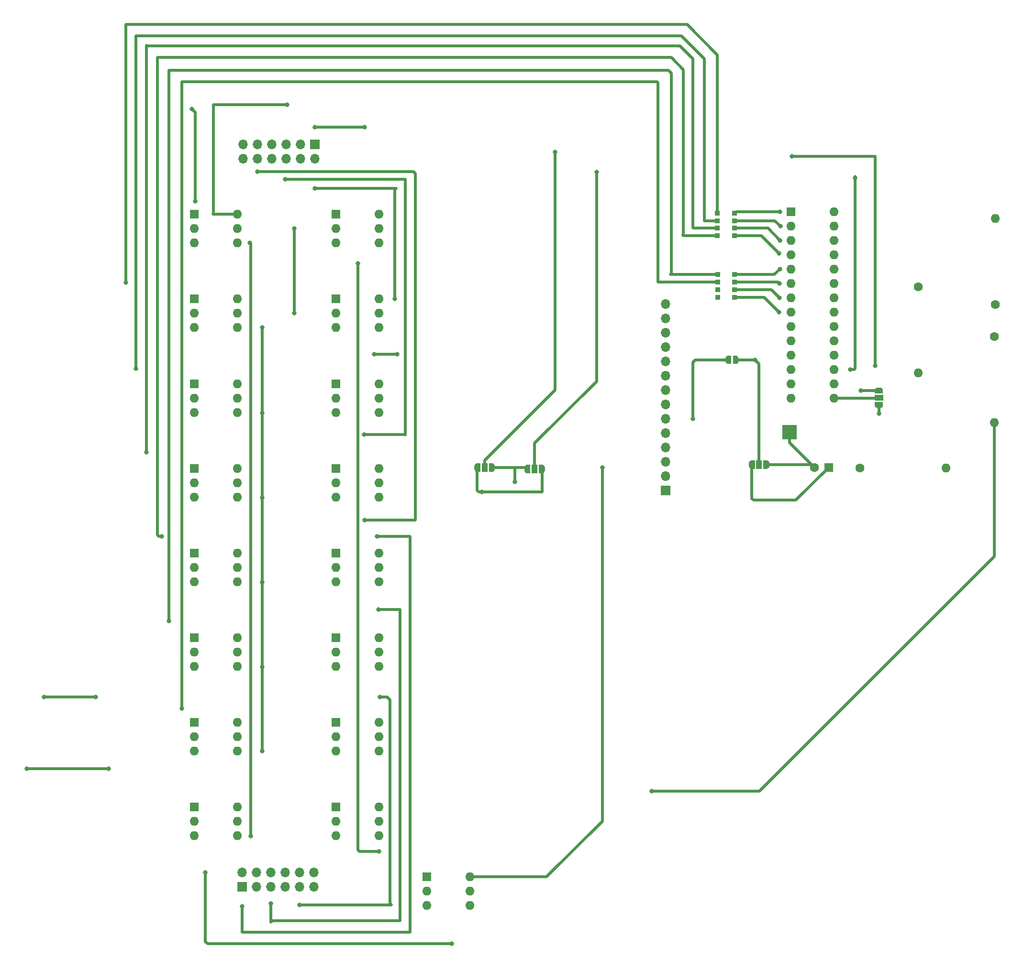
<source format=gbr>
%TF.GenerationSoftware,KiCad,Pcbnew,(5.1.9-0-10_14)*%
%TF.CreationDate,2021-02-22T09:57:15+00:00*%
%TF.ProjectId,Solar_Multiplexer,536f6c61-725f-44d7-956c-7469706c6578,rev?*%
%TF.SameCoordinates,Original*%
%TF.FileFunction,Copper,L1,Top*%
%TF.FilePolarity,Positive*%
%FSLAX46Y46*%
G04 Gerber Fmt 4.6, Leading zero omitted, Abs format (unit mm)*
G04 Created by KiCad (PCBNEW (5.1.9-0-10_14)) date 2021-02-22 09:57:15*
%MOMM*%
%LPD*%
G01*
G04 APERTURE LIST*
%TA.AperFunction,ComponentPad*%
%ADD10O,1.600000X1.600000*%
%TD*%
%TA.AperFunction,ComponentPad*%
%ADD11R,1.600000X1.600000*%
%TD*%
%TA.AperFunction,SMDPad,CuDef*%
%ADD12R,2.500000X2.500000*%
%TD*%
%TA.AperFunction,SMDPad,CuDef*%
%ADD13R,0.900000X0.900000*%
%TD*%
%TA.AperFunction,ComponentPad*%
%ADD14C,1.600000*%
%TD*%
%TA.AperFunction,SMDPad,CuDef*%
%ADD15R,1.000000X1.500000*%
%TD*%
%TA.AperFunction,SMDPad,CuDef*%
%ADD16C,0.200000*%
%TD*%
%TA.AperFunction,SMDPad,CuDef*%
%ADD17R,1.500000X1.000000*%
%TD*%
%TA.AperFunction,ComponentPad*%
%ADD18O,1.700000X1.700000*%
%TD*%
%TA.AperFunction,ComponentPad*%
%ADD19R,1.700000X1.700000*%
%TD*%
%TA.AperFunction,ViaPad*%
%ADD20C,0.800000*%
%TD*%
%TA.AperFunction,Conductor*%
%ADD21C,0.500000*%
%TD*%
G04 APERTURE END LIST*
D10*
%TO.P,U10,6*%
%TO.N,/VB*%
X-292380000Y-225000000D03*
%TO.P,U10,3*%
%TO.N,Net-(U10-Pad3)*%
X-300000000Y-230080000D03*
%TO.P,U10,5*%
%TO.N,Net-(U10-Pad5)*%
X-292380000Y-227540000D03*
%TO.P,U10,2*%
%TO.N,GND*%
X-300000000Y-227540000D03*
%TO.P,U10,4*%
%TO.N,V-*%
X-292380000Y-230080000D03*
D11*
%TO.P,U10,1*%
%TO.N,/BOT*%
X-300000000Y-225000000D03*
%TD*%
D10*
%TO.P,U22,28*%
%TO.N,Net-(U22-Pad28)*%
X-186870000Y-119550000D03*
%TO.P,U22,14*%
%TO.N,MISO*%
X-194490000Y-152570000D03*
%TO.P,U22,27*%
%TO.N,Net-(U22-Pad27)*%
X-186870000Y-122090000D03*
%TO.P,U22,13*%
%TO.N,MOSI*%
X-194490000Y-150030000D03*
%TO.P,U22,26*%
%TO.N,Net-(U22-Pad26)*%
X-186870000Y-124630000D03*
%TO.P,U22,12*%
%TO.N,SCK*%
X-194490000Y-147490000D03*
%TO.P,U22,25*%
%TO.N,Net-(U22-Pad25)*%
X-186870000Y-127170000D03*
%TO.P,U22,11*%
%TO.N,~CS*%
X-194490000Y-144950000D03*
%TO.P,U22,24*%
%TO.N,Net-(U22-Pad24)*%
X-186870000Y-129710000D03*
%TO.P,U22,10*%
%TO.N,GND*%
X-194490000Y-142410000D03*
%TO.P,U22,23*%
%TO.N,Net-(R4-Pad1)*%
X-186870000Y-132250000D03*
%TO.P,U22,9*%
%TO.N,+5V*%
X-194490000Y-139870000D03*
%TO.P,U22,22*%
%TO.N,Net-(R2-Pad1)*%
X-186870000Y-134790000D03*
%TO.P,U22,8*%
%TO.N,Net-(RN1-Pad5)*%
X-194490000Y-137330000D03*
%TO.P,U22,21*%
%TO.N,Net-(R1-Pad1)*%
X-186870000Y-137330000D03*
%TO.P,U22,7*%
%TO.N,Net-(RN1-Pad6)*%
X-194490000Y-134790000D03*
%TO.P,U22,20*%
%TO.N,Net-(U22-Pad20)*%
X-186870000Y-139870000D03*
%TO.P,U22,6*%
%TO.N,Net-(RN1-Pad7)*%
X-194490000Y-132250000D03*
%TO.P,U22,19*%
%TO.N,Net-(U22-Pad19)*%
X-186870000Y-142410000D03*
%TO.P,U22,5*%
%TO.N,Net-(RN1-Pad8)*%
X-194490000Y-129710000D03*
%TO.P,U22,18*%
%TO.N,Net-(R3-Pad2)*%
X-186870000Y-144950000D03*
%TO.P,U22,4*%
%TO.N,Net-(RN4-Pad1)*%
X-194490000Y-127170000D03*
%TO.P,U22,17*%
%TO.N,A2*%
X-186870000Y-147490000D03*
%TO.P,U22,3*%
%TO.N,Net-(RN4-Pad2)*%
X-194490000Y-124630000D03*
%TO.P,U22,16*%
%TO.N,A1*%
X-186870000Y-150030000D03*
%TO.P,U22,2*%
%TO.N,Net-(RN4-Pad3)*%
X-194490000Y-122090000D03*
%TO.P,U22,15*%
%TO.N,A0*%
X-186870000Y-152570000D03*
D11*
%TO.P,U22,1*%
%TO.N,Net-(RN4-Pad4)*%
X-194490000Y-119550000D03*
%TD*%
D10*
%TO.P,U21,6*%
%TO.N,V_D*%
X-251290000Y-237300000D03*
%TO.P,U21,3*%
%TO.N,Net-(U21-Pad3)*%
X-258910000Y-242380000D03*
%TO.P,U21,5*%
%TO.N,/RSense*%
X-251290000Y-239840000D03*
%TO.P,U21,2*%
%TO.N,GND*%
X-258910000Y-239840000D03*
%TO.P,U21,4*%
%TO.N,Net-(U21-Pad4)*%
X-251290000Y-242380000D03*
D11*
%TO.P,U21,1*%
%TO.N,/V_D_EN*%
X-258910000Y-237300000D03*
%TD*%
D10*
%TO.P,U20,6*%
%TO.N,/IB*%
X-267380000Y-225000000D03*
%TO.P,U20,3*%
%TO.N,Net-(U20-Pad3)*%
X-275000000Y-230080000D03*
%TO.P,U20,5*%
%TO.N,Net-(U20-Pad5)*%
X-267380000Y-227540000D03*
%TO.P,U20,2*%
%TO.N,GND*%
X-275000000Y-227540000D03*
%TO.P,U20,4*%
%TO.N,I-*%
X-267380000Y-230080000D03*
D11*
%TO.P,U20,1*%
%TO.N,/BOT*%
X-275000000Y-225000000D03*
%TD*%
D10*
%TO.P,U17,6*%
%TO.N,/I6*%
X-267380000Y-210000000D03*
%TO.P,U17,3*%
%TO.N,Net-(U17-Pad3)*%
X-275000000Y-215080000D03*
%TO.P,U17,5*%
%TO.N,Net-(U17-Pad5)*%
X-267380000Y-212540000D03*
%TO.P,U17,2*%
%TO.N,GND*%
X-275000000Y-212540000D03*
%TO.P,U17,4*%
%TO.N,I+*%
X-267380000Y-215080000D03*
D11*
%TO.P,U17,1*%
%TO.N,/P6*%
X-275000000Y-210000000D03*
%TD*%
D10*
%TO.P,U16,6*%
%TO.N,/I5*%
X-267380000Y-195000000D03*
%TO.P,U16,3*%
%TO.N,Net-(U16-Pad3)*%
X-275000000Y-200080000D03*
%TO.P,U16,5*%
%TO.N,Net-(U16-Pad5)*%
X-267380000Y-197540000D03*
%TO.P,U16,2*%
%TO.N,GND*%
X-275000000Y-197540000D03*
%TO.P,U16,4*%
%TO.N,I+*%
X-267380000Y-200080000D03*
D11*
%TO.P,U16,1*%
%TO.N,/P5*%
X-275000000Y-195000000D03*
%TD*%
D10*
%TO.P,U15,6*%
%TO.N,/I4*%
X-267380000Y-180000000D03*
%TO.P,U15,3*%
%TO.N,Net-(U15-Pad3)*%
X-275000000Y-185080000D03*
%TO.P,U15,5*%
%TO.N,Net-(U15-Pad5)*%
X-267380000Y-182540000D03*
%TO.P,U15,2*%
%TO.N,GND*%
X-275000000Y-182540000D03*
%TO.P,U15,4*%
%TO.N,I+*%
X-267380000Y-185080000D03*
D11*
%TO.P,U15,1*%
%TO.N,/P4*%
X-275000000Y-180000000D03*
%TD*%
D10*
%TO.P,U14,6*%
%TO.N,/I3*%
X-267380000Y-165000000D03*
%TO.P,U14,3*%
%TO.N,Net-(U14-Pad3)*%
X-275000000Y-170080000D03*
%TO.P,U14,5*%
%TO.N,Net-(U14-Pad5)*%
X-267380000Y-167540000D03*
%TO.P,U14,2*%
%TO.N,GND*%
X-275000000Y-167540000D03*
%TO.P,U14,4*%
%TO.N,I+*%
X-267380000Y-170080000D03*
D11*
%TO.P,U14,1*%
%TO.N,/P3*%
X-275000000Y-165000000D03*
%TD*%
D10*
%TO.P,U13,6*%
%TO.N,/I2*%
X-267380000Y-150000000D03*
%TO.P,U13,3*%
%TO.N,Net-(U13-Pad3)*%
X-275000000Y-155080000D03*
%TO.P,U13,5*%
%TO.N,Net-(U13-Pad5)*%
X-267380000Y-152540000D03*
%TO.P,U13,2*%
%TO.N,GND*%
X-275000000Y-152540000D03*
%TO.P,U13,4*%
%TO.N,I+*%
X-267380000Y-155080000D03*
D11*
%TO.P,U13,1*%
%TO.N,/P2*%
X-275000000Y-150000000D03*
%TD*%
D10*
%TO.P,U12,6*%
%TO.N,/I1*%
X-267380000Y-135000000D03*
%TO.P,U12,3*%
%TO.N,Net-(U12-Pad3)*%
X-275000000Y-140080000D03*
%TO.P,U12,5*%
%TO.N,Net-(U12-Pad5)*%
X-267380000Y-137540000D03*
%TO.P,U12,2*%
%TO.N,GND*%
X-275000000Y-137540000D03*
%TO.P,U12,4*%
%TO.N,I+*%
X-267380000Y-140080000D03*
D11*
%TO.P,U12,1*%
%TO.N,/P1*%
X-275000000Y-135000000D03*
%TD*%
D10*
%TO.P,U11,6*%
%TO.N,/IT*%
X-267380000Y-120000000D03*
%TO.P,U11,3*%
%TO.N,Net-(U11-Pad3)*%
X-275000000Y-125080000D03*
%TO.P,U11,5*%
%TO.N,Net-(U11-Pad5)*%
X-267380000Y-122540000D03*
%TO.P,U11,2*%
%TO.N,GND*%
X-275000000Y-122540000D03*
%TO.P,U11,4*%
%TO.N,I-*%
X-267380000Y-125080000D03*
D11*
%TO.P,U11,1*%
%TO.N,/TOP*%
X-275000000Y-120000000D03*
%TD*%
D10*
%TO.P,U7,6*%
%TO.N,/V6*%
X-292380000Y-210000000D03*
%TO.P,U7,3*%
%TO.N,Net-(U7-Pad3)*%
X-300000000Y-215080000D03*
%TO.P,U7,5*%
%TO.N,Net-(U7-Pad5)*%
X-292380000Y-212540000D03*
%TO.P,U7,2*%
%TO.N,GND*%
X-300000000Y-212540000D03*
%TO.P,U7,4*%
%TO.N,V+*%
X-292380000Y-215080000D03*
D11*
%TO.P,U7,1*%
%TO.N,/P6*%
X-300000000Y-210000000D03*
%TD*%
D10*
%TO.P,U6,6*%
%TO.N,/V5*%
X-292380000Y-195000000D03*
%TO.P,U6,3*%
%TO.N,Net-(U6-Pad3)*%
X-300000000Y-200080000D03*
%TO.P,U6,5*%
%TO.N,Net-(U6-Pad5)*%
X-292380000Y-197540000D03*
%TO.P,U6,2*%
%TO.N,GND*%
X-300000000Y-197540000D03*
%TO.P,U6,4*%
%TO.N,V+*%
X-292380000Y-200080000D03*
D11*
%TO.P,U6,1*%
%TO.N,/P5*%
X-300000000Y-195000000D03*
%TD*%
D10*
%TO.P,U5,6*%
%TO.N,/V4*%
X-292380000Y-180000000D03*
%TO.P,U5,3*%
%TO.N,Net-(U5-Pad3)*%
X-300000000Y-185080000D03*
%TO.P,U5,5*%
%TO.N,Net-(U5-Pad5)*%
X-292380000Y-182540000D03*
%TO.P,U5,2*%
%TO.N,GND*%
X-300000000Y-182540000D03*
%TO.P,U5,4*%
%TO.N,V+*%
X-292380000Y-185080000D03*
D11*
%TO.P,U5,1*%
%TO.N,/P4*%
X-300000000Y-180000000D03*
%TD*%
D10*
%TO.P,U4,6*%
%TO.N,/V3*%
X-292380000Y-165000000D03*
%TO.P,U4,3*%
%TO.N,Net-(U4-Pad3)*%
X-300000000Y-170080000D03*
%TO.P,U4,5*%
%TO.N,Net-(U4-Pad5)*%
X-292380000Y-167540000D03*
%TO.P,U4,2*%
%TO.N,GND*%
X-300000000Y-167540000D03*
%TO.P,U4,4*%
%TO.N,V+*%
X-292380000Y-170080000D03*
D11*
%TO.P,U4,1*%
%TO.N,/P3*%
X-300000000Y-165000000D03*
%TD*%
D10*
%TO.P,U3,6*%
%TO.N,/V2*%
X-292380000Y-150000000D03*
%TO.P,U3,3*%
%TO.N,Net-(U3-Pad3)*%
X-300000000Y-155080000D03*
%TO.P,U3,5*%
%TO.N,Net-(U3-Pad5)*%
X-292380000Y-152540000D03*
%TO.P,U3,2*%
%TO.N,GND*%
X-300000000Y-152540000D03*
%TO.P,U3,4*%
%TO.N,V+*%
X-292380000Y-155080000D03*
D11*
%TO.P,U3,1*%
%TO.N,/P2*%
X-300000000Y-150000000D03*
%TD*%
D10*
%TO.P,U2,6*%
%TO.N,/V1*%
X-292380000Y-135000000D03*
%TO.P,U2,3*%
%TO.N,Net-(U2-Pad3)*%
X-300000000Y-140080000D03*
%TO.P,U2,5*%
%TO.N,Net-(U2-Pad5)*%
X-292380000Y-137540000D03*
%TO.P,U2,2*%
%TO.N,GND*%
X-300000000Y-137540000D03*
%TO.P,U2,4*%
%TO.N,V+*%
X-292380000Y-140080000D03*
D11*
%TO.P,U2,1*%
%TO.N,/P1*%
X-300000000Y-135000000D03*
%TD*%
D10*
%TO.P,U1,6*%
%TO.N,/VT*%
X-292380000Y-120000000D03*
%TO.P,U1,3*%
%TO.N,Net-(U1-Pad3)*%
X-300000000Y-125080000D03*
%TO.P,U1,5*%
%TO.N,Net-(U1-Pad5)*%
X-292380000Y-122540000D03*
%TO.P,U1,2*%
%TO.N,GND*%
X-300000000Y-122540000D03*
%TO.P,U1,4*%
%TO.N,V-*%
X-292380000Y-125080000D03*
D11*
%TO.P,U1,1*%
%TO.N,/TOP*%
X-300000000Y-120000000D03*
%TD*%
D12*
%TO.P,TP1,1*%
%TO.N,GND*%
X-194740000Y-158580000D03*
%TD*%
D13*
%TO.P,RN4,6*%
%TO.N,/P2*%
X-207450000Y-121140000D03*
%TO.P,RN4,5*%
%TO.N,/P1*%
X-207450000Y-119800000D03*
%TO.P,RN4,8*%
%TO.N,/P4*%
X-207450000Y-123800000D03*
%TO.P,RN4,7*%
%TO.N,/P3*%
X-207450000Y-122460000D03*
%TO.P,RN4,3*%
%TO.N,Net-(RN4-Pad3)*%
X-204450000Y-121140000D03*
%TO.P,RN4,2*%
%TO.N,Net-(RN4-Pad2)*%
X-204450000Y-122460000D03*
%TO.P,RN4,4*%
%TO.N,Net-(RN4-Pad4)*%
X-204450000Y-119800000D03*
%TO.P,RN4,1*%
%TO.N,Net-(RN4-Pad1)*%
X-204450000Y-123800000D03*
%TD*%
%TO.P,RN1,6*%
%TO.N,Net-(RN1-Pad6)*%
X-204410000Y-133340000D03*
%TO.P,RN1,5*%
%TO.N,Net-(RN1-Pad5)*%
X-204410000Y-134680000D03*
%TO.P,RN1,8*%
%TO.N,Net-(RN1-Pad8)*%
X-204410000Y-130680000D03*
%TO.P,RN1,7*%
%TO.N,Net-(RN1-Pad7)*%
X-204410000Y-132020000D03*
%TO.P,RN1,3*%
%TO.N,Net-(RN1-Pad3)*%
X-207410000Y-133340000D03*
%TO.P,RN1,2*%
%TO.N,/P6*%
X-207410000Y-132020000D03*
%TO.P,RN1,4*%
%TO.N,Net-(RN1-Pad4)*%
X-207410000Y-134680000D03*
%TO.P,RN1,1*%
%TO.N,/P5*%
X-207410000Y-130680000D03*
%TD*%
D10*
%TO.P,R4,2*%
%TO.N,/V_D_EN*%
X-171958000Y-148082000D03*
D14*
%TO.P,R4,1*%
%TO.N,Net-(R4-Pad1)*%
X-171958000Y-132842000D03*
%TD*%
D10*
%TO.P,R3,2*%
%TO.N,Net-(R3-Pad2)*%
X-166980000Y-164890000D03*
D14*
%TO.P,R3,1*%
%TO.N,+5V*%
X-182220000Y-164890000D03*
%TD*%
D10*
%TO.P,R2,2*%
%TO.N,/BOT*%
X-158460000Y-156870000D03*
D14*
%TO.P,R2,1*%
%TO.N,Net-(R2-Pad1)*%
X-158460000Y-141630000D03*
%TD*%
D10*
%TO.P,R1,2*%
%TO.N,/TOP*%
X-158320000Y-120730000D03*
D14*
%TO.P,R1,1*%
%TO.N,Net-(R1-Pad1)*%
X-158320000Y-135970000D03*
%TD*%
D15*
%TO.P,JP5,2*%
%TO.N,~CS*%
X-200090000Y-164310000D03*
%TA.AperFunction,SMDPad,CuDef*%
D16*
%TO.P,JP5,3*%
%TO.N,GND*%
G36*
X-198790000Y-163560602D02*
G01*
X-198765466Y-163560602D01*
X-198716635Y-163565412D01*
X-198668510Y-163574984D01*
X-198621555Y-163589228D01*
X-198576222Y-163608005D01*
X-198532949Y-163631136D01*
X-198492150Y-163658396D01*
X-198454221Y-163689524D01*
X-198419524Y-163724221D01*
X-198388396Y-163762150D01*
X-198361136Y-163802949D01*
X-198338005Y-163846222D01*
X-198319228Y-163891555D01*
X-198304984Y-163938510D01*
X-198295412Y-163986635D01*
X-198290602Y-164035466D01*
X-198290602Y-164060000D01*
X-198290000Y-164060000D01*
X-198290000Y-164560000D01*
X-198290602Y-164560000D01*
X-198290602Y-164584534D01*
X-198295412Y-164633365D01*
X-198304984Y-164681490D01*
X-198319228Y-164728445D01*
X-198338005Y-164773778D01*
X-198361136Y-164817051D01*
X-198388396Y-164857850D01*
X-198419524Y-164895779D01*
X-198454221Y-164930476D01*
X-198492150Y-164961604D01*
X-198532949Y-164988864D01*
X-198576222Y-165011995D01*
X-198621555Y-165030772D01*
X-198668510Y-165045016D01*
X-198716635Y-165054588D01*
X-198765466Y-165059398D01*
X-198790000Y-165059398D01*
X-198790000Y-165060000D01*
X-199340000Y-165060000D01*
X-199340000Y-163560000D01*
X-198790000Y-163560000D01*
X-198790000Y-163560602D01*
G37*
%TD.AperFunction*%
%TA.AperFunction,SMDPad,CuDef*%
%TO.P,JP5,1*%
%TO.N,+5V*%
G36*
X-200840000Y-165060000D02*
G01*
X-201390000Y-165060000D01*
X-201390000Y-165059398D01*
X-201414534Y-165059398D01*
X-201463365Y-165054588D01*
X-201511490Y-165045016D01*
X-201558445Y-165030772D01*
X-201603778Y-165011995D01*
X-201647051Y-164988864D01*
X-201687850Y-164961604D01*
X-201725779Y-164930476D01*
X-201760476Y-164895779D01*
X-201791604Y-164857850D01*
X-201818864Y-164817051D01*
X-201841995Y-164773778D01*
X-201860772Y-164728445D01*
X-201875016Y-164681490D01*
X-201884588Y-164633365D01*
X-201889398Y-164584534D01*
X-201889398Y-164560000D01*
X-201890000Y-164560000D01*
X-201890000Y-164060000D01*
X-201889398Y-164060000D01*
X-201889398Y-164035466D01*
X-201884588Y-163986635D01*
X-201875016Y-163938510D01*
X-201860772Y-163891555D01*
X-201841995Y-163846222D01*
X-201818864Y-163802949D01*
X-201791604Y-163762150D01*
X-201760476Y-163724221D01*
X-201725779Y-163689524D01*
X-201687850Y-163658396D01*
X-201647051Y-163631136D01*
X-201603778Y-163608005D01*
X-201558445Y-163589228D01*
X-201511490Y-163574984D01*
X-201463365Y-163565412D01*
X-201414534Y-163560602D01*
X-201390000Y-163560602D01*
X-201390000Y-163560000D01*
X-200840000Y-163560000D01*
X-200840000Y-165060000D01*
G37*
%TD.AperFunction*%
%TD*%
D15*
%TO.P,JP4,2*%
%TO.N,A2*%
X-248666000Y-164846000D03*
%TA.AperFunction,SMDPad,CuDef*%
D16*
%TO.P,JP4,3*%
%TO.N,GND*%
G36*
X-249966000Y-165595398D02*
G01*
X-249990534Y-165595398D01*
X-250039365Y-165590588D01*
X-250087490Y-165581016D01*
X-250134445Y-165566772D01*
X-250179778Y-165547995D01*
X-250223051Y-165524864D01*
X-250263850Y-165497604D01*
X-250301779Y-165466476D01*
X-250336476Y-165431779D01*
X-250367604Y-165393850D01*
X-250394864Y-165353051D01*
X-250417995Y-165309778D01*
X-250436772Y-165264445D01*
X-250451016Y-165217490D01*
X-250460588Y-165169365D01*
X-250465398Y-165120534D01*
X-250465398Y-165096000D01*
X-250466000Y-165096000D01*
X-250466000Y-164596000D01*
X-250465398Y-164596000D01*
X-250465398Y-164571466D01*
X-250460588Y-164522635D01*
X-250451016Y-164474510D01*
X-250436772Y-164427555D01*
X-250417995Y-164382222D01*
X-250394864Y-164338949D01*
X-250367604Y-164298150D01*
X-250336476Y-164260221D01*
X-250301779Y-164225524D01*
X-250263850Y-164194396D01*
X-250223051Y-164167136D01*
X-250179778Y-164144005D01*
X-250134445Y-164125228D01*
X-250087490Y-164110984D01*
X-250039365Y-164101412D01*
X-249990534Y-164096602D01*
X-249966000Y-164096602D01*
X-249966000Y-164096000D01*
X-249416000Y-164096000D01*
X-249416000Y-165596000D01*
X-249966000Y-165596000D01*
X-249966000Y-165595398D01*
G37*
%TD.AperFunction*%
%TA.AperFunction,SMDPad,CuDef*%
%TO.P,JP4,1*%
%TO.N,+5V*%
G36*
X-247916000Y-164096000D02*
G01*
X-247366000Y-164096000D01*
X-247366000Y-164096602D01*
X-247341466Y-164096602D01*
X-247292635Y-164101412D01*
X-247244510Y-164110984D01*
X-247197555Y-164125228D01*
X-247152222Y-164144005D01*
X-247108949Y-164167136D01*
X-247068150Y-164194396D01*
X-247030221Y-164225524D01*
X-246995524Y-164260221D01*
X-246964396Y-164298150D01*
X-246937136Y-164338949D01*
X-246914005Y-164382222D01*
X-246895228Y-164427555D01*
X-246880984Y-164474510D01*
X-246871412Y-164522635D01*
X-246866602Y-164571466D01*
X-246866602Y-164596000D01*
X-246866000Y-164596000D01*
X-246866000Y-165096000D01*
X-246866602Y-165096000D01*
X-246866602Y-165120534D01*
X-246871412Y-165169365D01*
X-246880984Y-165217490D01*
X-246895228Y-165264445D01*
X-246914005Y-165309778D01*
X-246937136Y-165353051D01*
X-246964396Y-165393850D01*
X-246995524Y-165431779D01*
X-247030221Y-165466476D01*
X-247068150Y-165497604D01*
X-247108949Y-165524864D01*
X-247152222Y-165547995D01*
X-247197555Y-165566772D01*
X-247244510Y-165581016D01*
X-247292635Y-165590588D01*
X-247341466Y-165595398D01*
X-247366000Y-165595398D01*
X-247366000Y-165596000D01*
X-247916000Y-165596000D01*
X-247916000Y-164096000D01*
G37*
%TD.AperFunction*%
%TD*%
D15*
%TO.P,JP3,2*%
%TO.N,A1*%
X-239806000Y-165100000D03*
%TA.AperFunction,SMDPad,CuDef*%
D16*
%TO.P,JP3,3*%
%TO.N,GND*%
G36*
X-238506000Y-164350602D02*
G01*
X-238481466Y-164350602D01*
X-238432635Y-164355412D01*
X-238384510Y-164364984D01*
X-238337555Y-164379228D01*
X-238292222Y-164398005D01*
X-238248949Y-164421136D01*
X-238208150Y-164448396D01*
X-238170221Y-164479524D01*
X-238135524Y-164514221D01*
X-238104396Y-164552150D01*
X-238077136Y-164592949D01*
X-238054005Y-164636222D01*
X-238035228Y-164681555D01*
X-238020984Y-164728510D01*
X-238011412Y-164776635D01*
X-238006602Y-164825466D01*
X-238006602Y-164850000D01*
X-238006000Y-164850000D01*
X-238006000Y-165350000D01*
X-238006602Y-165350000D01*
X-238006602Y-165374534D01*
X-238011412Y-165423365D01*
X-238020984Y-165471490D01*
X-238035228Y-165518445D01*
X-238054005Y-165563778D01*
X-238077136Y-165607051D01*
X-238104396Y-165647850D01*
X-238135524Y-165685779D01*
X-238170221Y-165720476D01*
X-238208150Y-165751604D01*
X-238248949Y-165778864D01*
X-238292222Y-165801995D01*
X-238337555Y-165820772D01*
X-238384510Y-165835016D01*
X-238432635Y-165844588D01*
X-238481466Y-165849398D01*
X-238506000Y-165849398D01*
X-238506000Y-165850000D01*
X-239056000Y-165850000D01*
X-239056000Y-164350000D01*
X-238506000Y-164350000D01*
X-238506000Y-164350602D01*
G37*
%TD.AperFunction*%
%TA.AperFunction,SMDPad,CuDef*%
%TO.P,JP3,1*%
%TO.N,+5V*%
G36*
X-240556000Y-165850000D02*
G01*
X-241106000Y-165850000D01*
X-241106000Y-165849398D01*
X-241130534Y-165849398D01*
X-241179365Y-165844588D01*
X-241227490Y-165835016D01*
X-241274445Y-165820772D01*
X-241319778Y-165801995D01*
X-241363051Y-165778864D01*
X-241403850Y-165751604D01*
X-241441779Y-165720476D01*
X-241476476Y-165685779D01*
X-241507604Y-165647850D01*
X-241534864Y-165607051D01*
X-241557995Y-165563778D01*
X-241576772Y-165518445D01*
X-241591016Y-165471490D01*
X-241600588Y-165423365D01*
X-241605398Y-165374534D01*
X-241605398Y-165350000D01*
X-241606000Y-165350000D01*
X-241606000Y-164850000D01*
X-241605398Y-164850000D01*
X-241605398Y-164825466D01*
X-241600588Y-164776635D01*
X-241591016Y-164728510D01*
X-241576772Y-164681555D01*
X-241557995Y-164636222D01*
X-241534864Y-164592949D01*
X-241507604Y-164552150D01*
X-241476476Y-164514221D01*
X-241441779Y-164479524D01*
X-241403850Y-164448396D01*
X-241363051Y-164421136D01*
X-241319778Y-164398005D01*
X-241274445Y-164379228D01*
X-241227490Y-164364984D01*
X-241179365Y-164355412D01*
X-241130534Y-164350602D01*
X-241106000Y-164350602D01*
X-241106000Y-164350000D01*
X-240556000Y-164350000D01*
X-240556000Y-165850000D01*
G37*
%TD.AperFunction*%
%TD*%
D17*
%TO.P,JP2,2*%
%TO.N,A0*%
X-178910000Y-152490000D03*
%TA.AperFunction,SMDPad,CuDef*%
D16*
%TO.P,JP2,3*%
%TO.N,GND*%
G36*
X-178160602Y-153790000D02*
G01*
X-178160602Y-153814534D01*
X-178165412Y-153863365D01*
X-178174984Y-153911490D01*
X-178189228Y-153958445D01*
X-178208005Y-154003778D01*
X-178231136Y-154047051D01*
X-178258396Y-154087850D01*
X-178289524Y-154125779D01*
X-178324221Y-154160476D01*
X-178362150Y-154191604D01*
X-178402949Y-154218864D01*
X-178446222Y-154241995D01*
X-178491555Y-154260772D01*
X-178538510Y-154275016D01*
X-178586635Y-154284588D01*
X-178635466Y-154289398D01*
X-178660000Y-154289398D01*
X-178660000Y-154290000D01*
X-179160000Y-154290000D01*
X-179160000Y-154289398D01*
X-179184534Y-154289398D01*
X-179233365Y-154284588D01*
X-179281490Y-154275016D01*
X-179328445Y-154260772D01*
X-179373778Y-154241995D01*
X-179417051Y-154218864D01*
X-179457850Y-154191604D01*
X-179495779Y-154160476D01*
X-179530476Y-154125779D01*
X-179561604Y-154087850D01*
X-179588864Y-154047051D01*
X-179611995Y-154003778D01*
X-179630772Y-153958445D01*
X-179645016Y-153911490D01*
X-179654588Y-153863365D01*
X-179659398Y-153814534D01*
X-179659398Y-153790000D01*
X-179660000Y-153790000D01*
X-179660000Y-153240000D01*
X-178160000Y-153240000D01*
X-178160000Y-153790000D01*
X-178160602Y-153790000D01*
G37*
%TD.AperFunction*%
%TA.AperFunction,SMDPad,CuDef*%
%TO.P,JP2,1*%
%TO.N,+5V*%
G36*
X-179660000Y-151740000D02*
G01*
X-179660000Y-151190000D01*
X-179659398Y-151190000D01*
X-179659398Y-151165466D01*
X-179654588Y-151116635D01*
X-179645016Y-151068510D01*
X-179630772Y-151021555D01*
X-179611995Y-150976222D01*
X-179588864Y-150932949D01*
X-179561604Y-150892150D01*
X-179530476Y-150854221D01*
X-179495779Y-150819524D01*
X-179457850Y-150788396D01*
X-179417051Y-150761136D01*
X-179373778Y-150738005D01*
X-179328445Y-150719228D01*
X-179281490Y-150704984D01*
X-179233365Y-150695412D01*
X-179184534Y-150690602D01*
X-179160000Y-150690602D01*
X-179160000Y-150690000D01*
X-178660000Y-150690000D01*
X-178660000Y-150690602D01*
X-178635466Y-150690602D01*
X-178586635Y-150695412D01*
X-178538510Y-150704984D01*
X-178491555Y-150719228D01*
X-178446222Y-150738005D01*
X-178402949Y-150761136D01*
X-178362150Y-150788396D01*
X-178324221Y-150819524D01*
X-178289524Y-150854221D01*
X-178258396Y-150892150D01*
X-178231136Y-150932949D01*
X-178208005Y-150976222D01*
X-178189228Y-151021555D01*
X-178174984Y-151068510D01*
X-178165412Y-151116635D01*
X-178160602Y-151165466D01*
X-178160602Y-151190000D01*
X-178160000Y-151190000D01*
X-178160000Y-151740000D01*
X-179660000Y-151740000D01*
G37*
%TD.AperFunction*%
%TD*%
%TA.AperFunction,SMDPad,CuDef*%
%TO.P,JP1,2*%
%TO.N,Net-(J1-Pad6)*%
G36*
X-205530000Y-146509398D02*
G01*
X-205554534Y-146509398D01*
X-205603365Y-146504588D01*
X-205651490Y-146495016D01*
X-205698445Y-146480772D01*
X-205743778Y-146461995D01*
X-205787051Y-146438864D01*
X-205827850Y-146411604D01*
X-205865779Y-146380476D01*
X-205900476Y-146345779D01*
X-205931604Y-146307850D01*
X-205958864Y-146267051D01*
X-205981995Y-146223778D01*
X-206000772Y-146178445D01*
X-206015016Y-146131490D01*
X-206024588Y-146083365D01*
X-206029398Y-146034534D01*
X-206029398Y-146010000D01*
X-206030000Y-146010000D01*
X-206030000Y-145510000D01*
X-206029398Y-145510000D01*
X-206029398Y-145485466D01*
X-206024588Y-145436635D01*
X-206015016Y-145388510D01*
X-206000772Y-145341555D01*
X-205981995Y-145296222D01*
X-205958864Y-145252949D01*
X-205931604Y-145212150D01*
X-205900476Y-145174221D01*
X-205865779Y-145139524D01*
X-205827850Y-145108396D01*
X-205787051Y-145081136D01*
X-205743778Y-145058005D01*
X-205698445Y-145039228D01*
X-205651490Y-145024984D01*
X-205603365Y-145015412D01*
X-205554534Y-145010602D01*
X-205530000Y-145010602D01*
X-205530000Y-145010000D01*
X-205030000Y-145010000D01*
X-205030000Y-146510000D01*
X-205530000Y-146510000D01*
X-205530000Y-146509398D01*
G37*
%TD.AperFunction*%
%TA.AperFunction,SMDPad,CuDef*%
%TO.P,JP1,1*%
%TO.N,~CS*%
G36*
X-204730000Y-145010000D02*
G01*
X-204230000Y-145010000D01*
X-204230000Y-145010602D01*
X-204205466Y-145010602D01*
X-204156635Y-145015412D01*
X-204108510Y-145024984D01*
X-204061555Y-145039228D01*
X-204016222Y-145058005D01*
X-203972949Y-145081136D01*
X-203932150Y-145108396D01*
X-203894221Y-145139524D01*
X-203859524Y-145174221D01*
X-203828396Y-145212150D01*
X-203801136Y-145252949D01*
X-203778005Y-145296222D01*
X-203759228Y-145341555D01*
X-203744984Y-145388510D01*
X-203735412Y-145436635D01*
X-203730602Y-145485466D01*
X-203730602Y-145510000D01*
X-203730000Y-145510000D01*
X-203730000Y-146010000D01*
X-203730602Y-146010000D01*
X-203730602Y-146034534D01*
X-203735412Y-146083365D01*
X-203744984Y-146131490D01*
X-203759228Y-146178445D01*
X-203778005Y-146223778D01*
X-203801136Y-146267051D01*
X-203828396Y-146307850D01*
X-203859524Y-146345779D01*
X-203894221Y-146380476D01*
X-203932150Y-146411604D01*
X-203972949Y-146438864D01*
X-204016222Y-146461995D01*
X-204061555Y-146480772D01*
X-204108510Y-146495016D01*
X-204156635Y-146504588D01*
X-204205466Y-146509398D01*
X-204230000Y-146509398D01*
X-204230000Y-146510000D01*
X-204730000Y-146510000D01*
X-204730000Y-145010000D01*
G37*
%TD.AperFunction*%
%TD*%
D18*
%TO.P,J3,12*%
%TO.N,/V3*%
X-291430000Y-110150000D03*
%TO.P,J3,11*%
%TO.N,Net-(J3-Pad11)*%
X-291430000Y-107610000D03*
%TO.P,J3,10*%
%TO.N,/I3*%
X-288890000Y-110150000D03*
%TO.P,J3,9*%
%TO.N,Net-(J3-Pad9)*%
X-288890000Y-107610000D03*
%TO.P,J3,8*%
%TO.N,/V2*%
X-286350000Y-110150000D03*
%TO.P,J3,7*%
%TO.N,/IT*%
X-286350000Y-107610000D03*
%TO.P,J3,6*%
%TO.N,/I2*%
X-283810000Y-110150000D03*
%TO.P,J3,5*%
%TO.N,/VT*%
X-283810000Y-107610000D03*
%TO.P,J3,4*%
%TO.N,/V1*%
X-281270000Y-110150000D03*
%TO.P,J3,3*%
%TO.N,GND*%
X-281270000Y-107610000D03*
%TO.P,J3,2*%
%TO.N,/I1*%
X-278730000Y-110150000D03*
D19*
%TO.P,J3,1*%
%TO.N,GND*%
X-278730000Y-107610000D03*
%TD*%
D18*
%TO.P,J2,12*%
%TO.N,Net-(J2-Pad12)*%
X-278870000Y-236580000D03*
%TO.P,J2,11*%
%TO.N,/V6*%
X-278870000Y-239120000D03*
%TO.P,J2,10*%
%TO.N,Net-(J2-Pad10)*%
X-281410000Y-236580000D03*
%TO.P,J2,9*%
%TO.N,/I6*%
X-281410000Y-239120000D03*
%TO.P,J2,8*%
%TO.N,/IB*%
X-283950000Y-236580000D03*
%TO.P,J2,7*%
%TO.N,/V5*%
X-283950000Y-239120000D03*
%TO.P,J2,6*%
%TO.N,/VB*%
X-286490000Y-236580000D03*
%TO.P,J2,5*%
%TO.N,/I5*%
X-286490000Y-239120000D03*
%TO.P,J2,4*%
%TO.N,Net-(J2-Pad4)*%
X-289030000Y-236580000D03*
%TO.P,J2,3*%
%TO.N,/V4*%
X-289030000Y-239120000D03*
%TO.P,J2,2*%
%TO.N,/RSense*%
X-291570000Y-236580000D03*
D19*
%TO.P,J2,1*%
%TO.N,/I4*%
X-291570000Y-239120000D03*
%TD*%
D18*
%TO.P,J1,14*%
%TO.N,I-*%
X-216610000Y-135930000D03*
%TO.P,J1,13*%
%TO.N,V-*%
X-216610000Y-138470000D03*
%TO.P,J1,12*%
%TO.N,V+*%
X-216610000Y-141010000D03*
%TO.P,J1,11*%
%TO.N,I+*%
X-216610000Y-143550000D03*
%TO.P,J1,10*%
%TO.N,GND*%
X-216610000Y-146090000D03*
%TO.P,J1,9*%
%TO.N,SCK*%
X-216610000Y-148630000D03*
%TO.P,J1,8*%
%TO.N,MOSI*%
X-216610000Y-151170000D03*
%TO.P,J1,7*%
%TO.N,MISO*%
X-216610000Y-153710000D03*
%TO.P,J1,6*%
%TO.N,Net-(J1-Pad6)*%
X-216610000Y-156250000D03*
%TO.P,J1,5*%
%TO.N,SCL*%
X-216610000Y-158790000D03*
%TO.P,J1,4*%
%TO.N,SDA*%
X-216610000Y-161330000D03*
%TO.P,J1,3*%
%TO.N,V_D*%
X-216610000Y-163870000D03*
%TO.P,J1,2*%
%TO.N,+3V3*%
X-216610000Y-166410000D03*
D19*
%TO.P,J1,1*%
%TO.N,+5V*%
X-216610000Y-168950000D03*
%TD*%
D14*
%TO.P,C1,2*%
%TO.N,GND*%
X-190300000Y-164850000D03*
D11*
%TO.P,C1,1*%
%TO.N,+5V*%
X-187800000Y-164850000D03*
%TD*%
D20*
%TO.N,I-*%
X-271100000Y-128696000D03*
X-267380000Y-232836000D03*
%TO.N,V-*%
X-290068000Y-230124000D03*
X-290180000Y-125080000D03*
%TO.N,V+*%
X-288036000Y-200152000D03*
X-288036000Y-185166000D03*
X-288036000Y-170180000D03*
X-288002000Y-155160000D03*
X-287970000Y-140080000D03*
X-287970000Y-215072000D03*
X-268224000Y-144780000D03*
X-264160000Y-144780000D03*
%TO.N,GND*%
X-278730000Y-104556000D03*
X-269910000Y-104556000D03*
X-249174000Y-169164000D03*
X-178910000Y-155288000D03*
X-282306000Y-122540000D03*
X-282320000Y-137540000D03*
%TO.N,Net-(J1-Pad6)*%
X-211810000Y-156250000D03*
%TO.N,V_D*%
X-227838000Y-164846000D03*
%TO.N,+5V*%
X-182058000Y-151190000D03*
X-243332000Y-167386000D03*
%TO.N,~CS*%
X-200840000Y-145760000D03*
%TO.N,A1*%
X-179578000Y-146812000D03*
X-228854000Y-112522000D03*
X-194310000Y-109728000D03*
%TO.N,A2*%
X-236220000Y-108966000D03*
X-183980000Y-147490000D03*
X-183134000Y-113538000D03*
%TO.N,Net-(RN1-Pad6)*%
X-196500000Y-134790000D03*
%TO.N,Net-(RN1-Pad5)*%
X-196550000Y-137330000D03*
%TO.N,Net-(RN1-Pad8)*%
X-196420000Y-129710000D03*
%TO.N,Net-(RN1-Pad7)*%
X-196520000Y-132250000D03*
%TO.N,/P6*%
X-302228000Y-207550000D03*
%TO.N,/P5*%
X-304546000Y-192024000D03*
%TO.N,/P2*%
X-310388000Y-147320000D03*
%TO.N,/P1*%
X-312166000Y-132080000D03*
%TO.N,/P4*%
X-305829000Y-177051000D03*
%TO.N,/P3*%
X-308474000Y-162170000D03*
%TO.N,Net-(RN4-Pad3)*%
X-196340000Y-122090000D03*
%TO.N,Net-(RN4-Pad2)*%
X-196370000Y-124630000D03*
%TO.N,Net-(RN4-Pad4)*%
X-196410000Y-119550000D03*
%TO.N,Net-(RN4-Pad1)*%
X-196540000Y-126920000D03*
%TO.N,/VT*%
X-283610000Y-100620000D03*
%TO.N,/TOP*%
X-300482000Y-101346000D03*
X-299900000Y-117690000D03*
%TO.N,/V5*%
X-326644000Y-205486000D03*
X-317500000Y-205486000D03*
%TO.N,/V6*%
X-315214000Y-218186000D03*
X-329692000Y-218186000D03*
%TO.N,/BOT*%
X-219112000Y-222160000D03*
%TO.N,/I1*%
X-278730000Y-115440000D03*
X-264540000Y-135000000D03*
%TO.N,/I2*%
X-270002000Y-159004000D03*
X-283910000Y-113820000D03*
%TO.N,/I3*%
X-288890000Y-112410000D03*
X-269870000Y-174140000D03*
%TO.N,/I4*%
X-291592000Y-242570000D03*
X-267716000Y-177038000D03*
%TO.N,/I5*%
X-286490000Y-242040000D03*
X-267462000Y-189992000D03*
%TO.N,/I6*%
X-281410000Y-242294000D03*
X-267208000Y-205486000D03*
%TO.N,/RSense*%
X-298048000Y-236580000D03*
X-254508000Y-249174000D03*
%TD*%
D21*
%TO.N,I-*%
X-267380000Y-232836000D02*
X-270846000Y-232836000D01*
X-271100000Y-232582000D02*
X-271100000Y-229952000D01*
X-270846000Y-232836000D02*
X-271100000Y-232582000D01*
X-271100000Y-229952000D02*
X-271100000Y-230296000D01*
X-271100000Y-128696000D02*
X-271100000Y-229952000D01*
%TO.N,V-*%
X-290068000Y-125192000D02*
X-290180000Y-125080000D01*
X-290068000Y-230124000D02*
X-290068000Y-125192000D01*
%TO.N,V+*%
X-287970000Y-140080000D02*
X-287970000Y-215072000D01*
X-287970000Y-215072000D02*
X-287970000Y-215072000D01*
X-267716000Y-144780000D02*
X-268224000Y-144780000D01*
X-267716000Y-144780000D02*
X-264160000Y-144780000D01*
%TO.N,GND*%
X-190840000Y-164310000D02*
X-190300000Y-164850000D01*
X-198790000Y-164310000D02*
X-190840000Y-164310000D01*
X-194740000Y-160410000D02*
X-190300000Y-164850000D01*
X-194740000Y-158580000D02*
X-194740000Y-160410000D01*
X-278730000Y-104556000D02*
X-269910000Y-104556000D01*
X-269910000Y-104556000D02*
X-269910000Y-104556000D01*
X-238506000Y-169164000D02*
X-238506000Y-165100000D01*
X-249682000Y-169164000D02*
X-249174000Y-169164000D01*
X-249966000Y-168880000D02*
X-249682000Y-169164000D01*
X-249966000Y-164846000D02*
X-249966000Y-168880000D01*
X-249174000Y-169164000D02*
X-238506000Y-169164000D01*
X-178910000Y-153790000D02*
X-178910000Y-155288000D01*
X-178910000Y-155288000D02*
X-178910000Y-155288000D01*
X-282306000Y-137526000D02*
X-282320000Y-137540000D01*
X-282306000Y-122540000D02*
X-282306000Y-137526000D01*
%TO.N,Net-(J1-Pad6)*%
X-211810000Y-156250000D02*
X-211810000Y-146200000D01*
X-211370000Y-145760000D02*
X-205530000Y-145760000D01*
X-211810000Y-146200000D02*
X-211370000Y-145760000D01*
%TO.N,V_D*%
X-251290000Y-237300000D02*
X-237680000Y-237300000D01*
X-237680000Y-237300000D02*
X-227838000Y-227458000D01*
X-227838000Y-227458000D02*
X-227838000Y-164846000D01*
X-227838000Y-164846000D02*
X-227838000Y-164846000D01*
%TO.N,+5V*%
X-201390000Y-164310000D02*
X-201390000Y-170310000D01*
X-201390000Y-170310000D02*
X-201070000Y-170630000D01*
X-193580000Y-170630000D02*
X-187800000Y-164850000D01*
X-201070000Y-170630000D02*
X-193580000Y-170630000D01*
X-241360000Y-164846000D02*
X-241106000Y-165100000D01*
X-178910000Y-151190000D02*
X-182058000Y-151190000D01*
X-182058000Y-151190000D02*
X-182058000Y-151190000D01*
X-243332000Y-164846000D02*
X-243332000Y-167386000D01*
X-247366000Y-164846000D02*
X-243332000Y-164846000D01*
X-243332000Y-164846000D02*
X-241360000Y-164846000D01*
X-243332000Y-167386000D02*
X-243332000Y-167386000D01*
%TO.N,~CS*%
X-204230000Y-145760000D02*
X-200840000Y-145760000D01*
X-200840000Y-145760000D02*
X-200840000Y-145760000D01*
X-200090000Y-146510000D02*
X-200840000Y-145760000D01*
X-200090000Y-164310000D02*
X-200090000Y-146510000D01*
%TO.N,A0*%
X-178990000Y-152570000D02*
X-178910000Y-152490000D01*
X-186870000Y-152570000D02*
X-178990000Y-152570000D01*
%TO.N,A1*%
X-239806000Y-165100000D02*
X-239806000Y-160558000D01*
X-239806000Y-160558000D02*
X-228854000Y-149606000D01*
X-228854000Y-149606000D02*
X-228854000Y-112522000D01*
X-179578000Y-146812000D02*
X-179578000Y-109728000D01*
X-179578000Y-109728000D02*
X-194310000Y-109728000D01*
X-228854000Y-112522000D02*
X-228854000Y-112522000D01*
X-194310000Y-109728000D02*
X-194310000Y-109728000D01*
%TO.N,A2*%
X-248666000Y-163596000D02*
X-236220000Y-151150000D01*
X-248666000Y-164846000D02*
X-248666000Y-163596000D01*
X-236220000Y-151150000D02*
X-236220000Y-108966000D01*
X-236220000Y-108966000D02*
X-236220000Y-108966000D01*
X-183980000Y-147490000D02*
X-183304000Y-147490000D01*
X-183304000Y-147490000D02*
X-183134000Y-147320000D01*
X-183134000Y-147320000D02*
X-183134000Y-113538000D01*
X-183134000Y-113538000D02*
X-183134000Y-113284000D01*
%TO.N,Net-(RN1-Pad6)*%
X-197950000Y-133340000D02*
X-196500000Y-134790000D01*
X-204410000Y-133340000D02*
X-197950000Y-133340000D01*
%TO.N,Net-(RN1-Pad5)*%
X-199200000Y-134680000D02*
X-196550000Y-137330000D01*
X-204410000Y-134680000D02*
X-199200000Y-134680000D01*
%TO.N,Net-(RN1-Pad8)*%
X-197390000Y-130680000D02*
X-196420000Y-129710000D01*
X-204410000Y-130680000D02*
X-197390000Y-130680000D01*
%TO.N,Net-(RN1-Pad7)*%
X-196750000Y-132020000D02*
X-196520000Y-132250000D01*
X-204410000Y-132020000D02*
X-196750000Y-132020000D01*
%TO.N,/P6*%
X-207410000Y-132020000D02*
X-217992000Y-132020000D01*
X-217992000Y-132020000D02*
X-217932000Y-131960000D01*
X-217992000Y-132020000D02*
X-217992000Y-116780000D01*
X-217992000Y-116780000D02*
X-217992000Y-96714000D01*
X-217992000Y-96714000D02*
X-218186000Y-96520000D01*
X-302228000Y-96552000D02*
X-302260000Y-96520000D01*
X-302228000Y-207550000D02*
X-302228000Y-96552000D01*
X-218186000Y-96520000D02*
X-302260000Y-96520000D01*
%TO.N,/P5*%
X-207410000Y-130680000D02*
X-215770000Y-130680000D01*
X-215770000Y-130680000D02*
X-215646000Y-130556000D01*
X-215646000Y-130556000D02*
X-215646000Y-115824000D01*
X-215646000Y-115824000D02*
X-215646000Y-94996000D01*
X-215646000Y-94996000D02*
X-216154000Y-94488000D01*
X-216154000Y-94488000D02*
X-304546000Y-94488000D01*
X-304546000Y-94488000D02*
X-304546000Y-192024000D01*
X-304546000Y-192024000D02*
X-304546000Y-192024000D01*
%TO.N,/P2*%
X-207450000Y-121140000D02*
X-209786000Y-121140000D01*
X-209786000Y-121140000D02*
X-209804000Y-121122000D01*
X-209804000Y-121122000D02*
X-209804000Y-113284000D01*
X-209804000Y-113284000D02*
X-209804000Y-92456000D01*
X-209804000Y-92456000D02*
X-213868000Y-88392000D01*
X-213868000Y-88392000D02*
X-310388000Y-88392000D01*
X-310388000Y-88392000D02*
X-310388000Y-147320000D01*
%TO.N,/P1*%
X-207450000Y-91762000D02*
X-207450000Y-112708000D01*
X-312166000Y-86360000D02*
X-212852000Y-86360000D01*
X-312166000Y-132080000D02*
X-312166000Y-86360000D01*
X-212852000Y-86360000D02*
X-207450000Y-91762000D01*
X-207450000Y-112708000D02*
X-207450000Y-112336000D01*
X-207450000Y-119800000D02*
X-207450000Y-112708000D01*
%TO.N,/P4*%
X-207450000Y-123800000D02*
X-213462000Y-123800000D01*
X-213462000Y-123800000D02*
X-213614000Y-123648000D01*
X-213462000Y-123800000D02*
X-213462000Y-115468000D01*
X-305829000Y-177051000D02*
X-306311000Y-177051000D01*
X-306311000Y-177051000D02*
X-306578000Y-176784000D01*
X-306578000Y-176784000D02*
X-306578000Y-92202000D01*
X-306578000Y-92202000D02*
X-215646000Y-92202000D01*
X-213462000Y-94386000D02*
X-213462000Y-115468000D01*
X-215646000Y-92202000D02*
X-213462000Y-94386000D01*
%TO.N,/P3*%
X-207450000Y-122460000D02*
X-211804000Y-122460000D01*
X-211804000Y-122460000D02*
X-211836000Y-122428000D01*
X-211804000Y-122460000D02*
X-211804000Y-114586000D01*
X-211804000Y-114586000D02*
X-211836000Y-114554000D01*
X-308474000Y-162170000D02*
X-308474000Y-90052000D01*
X-308474000Y-90052000D02*
X-308356000Y-90170000D01*
X-308356000Y-90170000D02*
X-214122000Y-90170000D01*
X-211804000Y-92488000D02*
X-211804000Y-114586000D01*
X-214122000Y-90170000D02*
X-211804000Y-92488000D01*
%TO.N,Net-(RN4-Pad3)*%
X-197290000Y-121140000D02*
X-196340000Y-122090000D01*
X-204450000Y-121140000D02*
X-197290000Y-121140000D01*
%TO.N,Net-(RN4-Pad2)*%
X-198540000Y-122460000D02*
X-196370000Y-124630000D01*
X-204450000Y-122460000D02*
X-198540000Y-122460000D01*
%TO.N,Net-(RN4-Pad4)*%
X-204200000Y-119550000D02*
X-204450000Y-119800000D01*
X-196410000Y-119550000D02*
X-204200000Y-119550000D01*
%TO.N,Net-(RN4-Pad1)*%
X-199660000Y-123800000D02*
X-196540000Y-126920000D01*
X-204450000Y-123800000D02*
X-199660000Y-123800000D01*
%TO.N,/VT*%
X-292380000Y-120000000D02*
X-296750000Y-120000000D01*
X-296750000Y-120000000D02*
X-296620000Y-119870000D01*
X-296620000Y-119870000D02*
X-296620000Y-100600000D01*
X-296620000Y-100600000D02*
X-296590000Y-100570000D01*
X-296590000Y-100570000D02*
X-283560000Y-100570000D01*
X-283560000Y-100570000D02*
X-283610000Y-100620000D01*
X-283610000Y-100620000D02*
X-283610000Y-100620000D01*
%TO.N,/TOP*%
X-299900000Y-101928000D02*
X-300482000Y-101346000D01*
X-299900000Y-117690000D02*
X-299900000Y-101928000D01*
%TO.N,/V5*%
X-326644000Y-205486000D02*
X-317500000Y-205486000D01*
X-317500000Y-205486000D02*
X-317500000Y-205486000D01*
%TO.N,/V6*%
X-315214000Y-218186000D02*
X-329692000Y-218186000D01*
X-329692000Y-218186000D02*
X-329692000Y-218186000D01*
%TO.N,/BOT*%
X-219112000Y-222160000D02*
X-200062000Y-222160000D01*
X-158460000Y-180558000D02*
X-158460000Y-156870000D01*
X-200062000Y-222160000D02*
X-158460000Y-180558000D01*
%TO.N,/I1*%
X-278730000Y-115440000D02*
X-264320000Y-115440000D01*
X-264320000Y-115440000D02*
X-264540000Y-115660000D01*
X-264540000Y-115660000D02*
X-264540000Y-135000000D01*
%TO.N,/I2*%
X-283910000Y-113820000D02*
X-283910000Y-113820000D01*
X-262770000Y-159020000D02*
X-269986000Y-159020000D01*
X-262710000Y-159080000D02*
X-262770000Y-159020000D01*
X-262710000Y-113820000D02*
X-262710000Y-159080000D01*
X-269986000Y-159020000D02*
X-270002000Y-159004000D01*
X-283910000Y-113820000D02*
X-262710000Y-113820000D01*
%TO.N,/I3*%
X-288890000Y-112410000D02*
X-261240000Y-112410000D01*
X-261240000Y-112410000D02*
X-260910000Y-112740000D01*
X-260910000Y-112740000D02*
X-260910000Y-174140000D01*
X-260910000Y-174140000D02*
X-269870000Y-174140000D01*
X-269870000Y-174140000D02*
X-269870000Y-174140000D01*
%TO.N,/I4*%
X-291592000Y-242570000D02*
X-291592000Y-247142000D01*
X-291592000Y-247142000D02*
X-261874000Y-247142000D01*
X-261874000Y-247142000D02*
X-261874000Y-177038000D01*
X-261874000Y-177038000D02*
X-262128000Y-177038000D01*
X-262128000Y-177038000D02*
X-267716000Y-177038000D01*
X-267716000Y-177038000D02*
X-267716000Y-177038000D01*
%TO.N,/I5*%
X-286490000Y-242040000D02*
X-286490000Y-245342000D01*
X-286490000Y-245342000D02*
X-286258000Y-245110000D01*
X-286258000Y-245110000D02*
X-263652000Y-245110000D01*
X-263652000Y-245110000D02*
X-263652000Y-189992000D01*
X-263652000Y-189992000D02*
X-267462000Y-189992000D01*
X-267462000Y-189992000D02*
X-267462000Y-189992000D01*
%TO.N,/I6*%
X-281410000Y-242294000D02*
X-281432000Y-242316000D01*
X-281410000Y-242294000D02*
X-265154000Y-242294000D01*
X-265154000Y-242294000D02*
X-265430000Y-242018000D01*
X-265430000Y-242018000D02*
X-265430000Y-205994000D01*
X-265430000Y-205994000D02*
X-265938000Y-205486000D01*
X-265938000Y-205486000D02*
X-267208000Y-205486000D01*
X-267208000Y-205486000D02*
X-267208000Y-205486000D01*
%TO.N,/RSense*%
X-298048000Y-236580000D02*
X-298048000Y-248814000D01*
X-298048000Y-248814000D02*
X-297688000Y-249174000D01*
X-297688000Y-249174000D02*
X-254508000Y-249174000D01*
X-254508000Y-249174000D02*
X-254508000Y-249174000D01*
%TD*%
M02*

</source>
